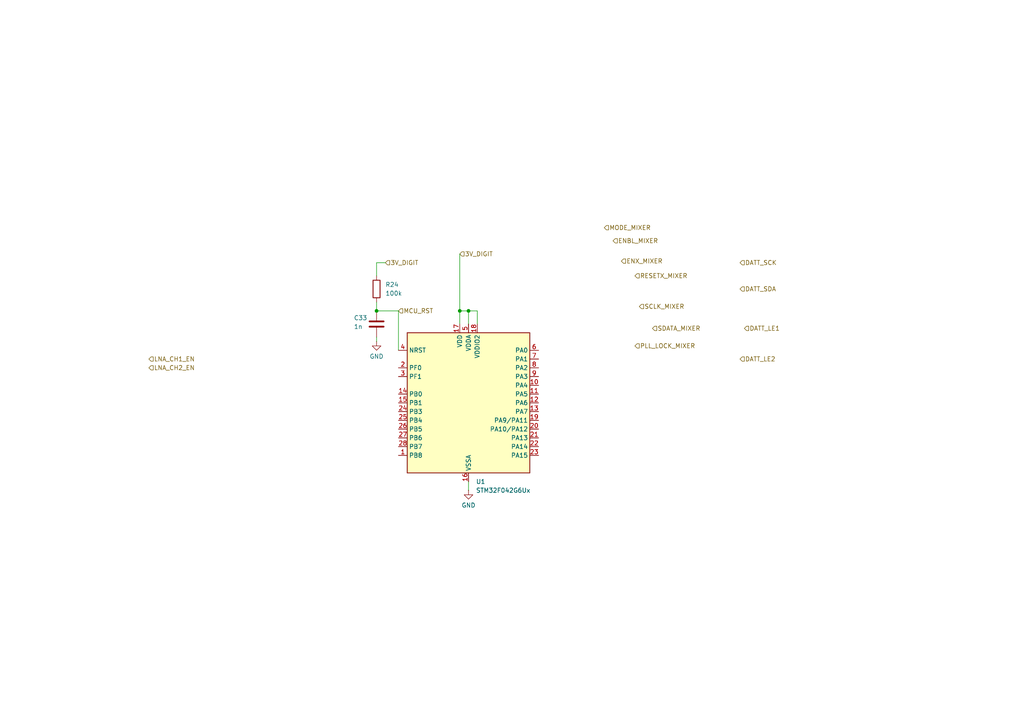
<source format=kicad_sch>
(kicad_sch (version 20250114) (generator "eeschema") (generator_version "9.0")
  (paper "A4")
  (lib_symbols
    (symbol "Device:C" (pin_numbers (hide yes)) (pin_names (offset 0.254))
      (property "Reference" "C" (at 0.635 2.54 0))
      (property "Value" "C" (at 0.635 -2.54 0))
      (symbol "C_0_1"
        (polyline (pts (xy -2.032 0.762) (xy 2.032 0.762)) (stroke (width 0.508)))
        (polyline (pts (xy -2.032 -0.762) (xy 2.032 -0.762)) (stroke (width 0.508)))
      )
      (symbol "C_1_1"
        (pin passive line (at 0 3.81 270) (length 2.794) (name "~") (number "1"))
        (pin passive line (at 0 -3.81 90) (length 2.794) (name "~") (number "2"))
      )
    )
    (symbol "Device:R" (pin_numbers (hide yes)) (pin_names (offset 0))
      (property "Reference" "R" (at 2.032 0 90))
      (property "Value" "R" (at 0 0 90))
      (symbol "R_0_1"
        (rectangle (start -1.016 -2.54) (end 1.016 2.54) (stroke (width 0.254)))
      )
      (symbol "R_1_1"
        (pin passive line (at 0 3.81 270) (length 1.27) (name "~") (number "1"))
        (pin passive line (at 0 -3.81 90) (length 1.27) (name "~") (number "2"))
      )
    )
    (symbol "MCU_ST_STM32F0:STM32F042G6Ux"
      (property "Reference" "U" (at -17.78 21.59 0))
      (property "Value" "STM32F042G6Ux" (at 5.08 21.59 0))
      (symbol "STM32F042G6Ux_0_1"
        (rectangle (start -17.78 -20.32) (end 17.78 20.32) (stroke (width 0.254)) (fill (type background)))
      )
      (symbol "STM32F042G6Ux_1_1"
        (pin input line (at -20.32 15.24 0) (length 2.54) (name "NRST") (number "4"))
        (pin bidirectional line (at -20.32 10.16 0) (length 2.54) (name "PF0") (number "2"))
        (pin bidirectional line (at -20.32 7.62 0) (length 2.54) (name "PF1") (number "3"))
        (pin bidirectional line (at -20.32 2.54 0) (length 2.54) (name "PB0") (number "14"))
        (pin bidirectional line (at -20.32 0 0) (length 2.54) (name "PB1") (number "15"))
        (pin bidirectional line (at -20.32 -2.54 0) (length 2.54) (name "PB3") (number "24"))
        (pin bidirectional line (at -20.32 -5.08 0) (length 2.54) (name "PB4") (number "25"))
        (pin bidirectional line (at -20.32 -7.62 0) (length 2.54) (name "PB5") (number "26"))
        (pin bidirectional line (at -20.32 -10.16 0) (length 2.54) (name "PB6") (number "27"))
        (pin bidirectional line (at -20.32 -12.7 0) (length 2.54) (name "PB7") (number "28"))
        (pin bidirectional line (at -20.32 -15.24 0) (length 2.54) (name "PB8") (number "1"))
        (pin power_in line (at -2.54 22.86 270) (length 2.54) (name "VDD") (number "17"))
        (pin power_in line (at 0 22.86 270) (length 2.54) (name "VDDA") (number "5"))
        (pin power_in line (at 0 -22.86 90) (length 2.54) (name "VSSA") (number "16"))
        (pin power_in line (at 2.54 22.86 270) (length 2.54) (name "VDDIO2") (number "18"))
        (pin bidirectional line (at 20.32 15.24 180) (length 2.54) (name "PA0") (number "6"))
        (pin bidirectional line (at 20.32 12.7 180) (length 2.54) (name "PA1") (number "7"))
        (pin bidirectional line (at 20.32 10.16 180) (length 2.54) (name "PA2") (number "8"))
        (pin bidirectional line (at 20.32 7.62 180) (length 2.54) (name "PA3") (number "9"))
        (pin bidirectional line (at 20.32 5.08 180) (length 2.54) (name "PA4") (number "10"))
        (pin bidirectional line (at 20.32 2.54 180) (length 2.54) (name "PA5") (number "11"))
        (pin bidirectional line (at 20.32 0 180) (length 2.54) (name "PA6") (number "12"))
        (pin bidirectional line (at 20.32 -2.54 180) (length 2.54) (name "PA7") (number "13"))
        (pin bidirectional line (at 20.32 -5.08 180) (length 2.54) (name "PA9/PA11") (number "19"))
        (pin bidirectional line (at 20.32 -7.62 180) (length 2.54) (name "PA10/PA12") (number "20"))
        (pin bidirectional line (at 20.32 -10.16 180) (length 2.54) (name "PA13") (number "21"))
        (pin bidirectional line (at 20.32 -12.7 180) (length 2.54) (name "PA14") (number "22"))
        (pin bidirectional line (at 20.32 -15.24 180) (length 2.54) (name "PA15") (number "23"))
      )
    )
    (symbol "power:GND" (power) (pin_numbers (hide yes)) (pin_names (offset 0) (hide yes))
      (property "Value" "GND" (at 0 -3.81 0))
      (symbol "GND_0_1"
        (polyline (pts (xy 0 0) (xy 0 -1.27) (xy 1.27 -1.27) (xy 0 -2.54) (xy -1.27 -1.27) (xy 0 -1.27)))
      )
      (symbol "GND_1_1"
        (pin power_in line (at 0 0 270) (length 0) (name "~") (number "1"))
      )
    )
  )
  (junction (at 135.89 90.17))
  (junction (at 133.35 90.17))
  (junction (at 109.22 90.17))
  (wire (pts (xy 138.43 90.17) (xy 135.89 90.17)))
  (wire (pts (xy 135.89 93.98) (xy 135.89 90.17)))
  (wire (pts (xy 138.43 93.98) (xy 138.43 90.17)))
  (wire (pts (xy 133.35 90.17) (xy 133.35 93.98)))
  (wire (pts (xy 111.76 76.2) (xy 109.22 76.2)))
  (wire (pts (xy 133.35 73.66) (xy 133.35 90.17)))
  (wire (pts (xy 109.22 87.63) (xy 109.22 90.17)))
  (wire (pts (xy 135.89 90.17) (xy 133.35 90.17)))
  (wire (pts (xy 109.22 90.17) (xy 115.57 90.17)))
  (wire (pts (xy 135.89 139.7) (xy 135.89 142.24)))
  (wire (pts (xy 115.57 90.17) (xy 115.57 101.6)))
  (wire (pts (xy 109.22 76.2) (xy 109.22 80.01)))
  (wire (pts (xy 109.22 97.79) (xy 109.22 99.06)))
  (hierarchical_label "DATT_LE2" (shape input) (at 214.63 104.14 0))
  (hierarchical_label "RESETX_MIXER" (shape input) (at 184.15 80.01 0))
  (hierarchical_label "ENX_MIXER" (shape input) (at 180.2013 75.7342 0))
  (hierarchical_label "PLL_LOCK_MIXER" (shape input) (at 184.15 100.33 0))
  (hierarchical_label "SDATA_MIXER" (shape input) (at 189.23 95.25 0))
  (hierarchical_label "SCLK_MIXER" (shape input) (at 185.42 88.9 0))
  (hierarchical_label "MODE_MIXER" (shape input) (at 175.26 66.04 0))
  (hierarchical_label "ENBL_MIXER" (shape input) (at 177.8 69.85 0))
  (hierarchical_label "DATT_SCK" (shape input) (at 214.63 76.2 0))
  (hierarchical_label "LNA_CH1_EN" (shape input) (at 43.18 104.14 0))
  (hierarchical_label "3V_DIGIT" (shape input) (at 133.35 73.66 0))
  (hierarchical_label "DATT_LE1" (shape input) (at 215.9 95.25 0))
  (hierarchical_label "MCU_RST" (shape input) (at 115.57 90.17 0))
  (hierarchical_label "DATT_SDA" (shape input) (at 214.63 83.82 0))
  (hierarchical_label "LNA_CH2_EN" (shape input) (at 43.18 106.68 0))
  (hierarchical_label "3V_DIGIT" (shape input) (at 111.76 76.2 0))
  (symbol (lib_id "Device:R") (at 109.22 83.82 0) (unit 1)
    (property "Reference" "R24" (at 111.76 82.5499 0) (effects (justify left)))
    (property "Value" "100k" (at 111.76 85.0899 0) (effects (justify left)))
    (property "Footprint" "Resistor_SMD:R_0603_1608Metric_Pad0.98x0.95mm_HandSolder" (effects (hide yes)))
    (property "Description" "Resistor" (effects (hide yes)))
  )
  (symbol (lib_id "MCU_ST_STM32F0:STM32F042G6Ux") (at 135.89 116.84 0) (unit 1)
    (property "Reference" "U1" (at 138.0333 139.7 0) (effects (justify left)))
    (property "Value" "STM32F042G6Ux" (at 138.0333 142.24 0) (effects (justify left)))
    (property "Footprint" "Package_DFN_QFN:QFN-28_4x4mm_P0.5mm" (effects (hide yes)))
    (property "Datasheet" "https://www.st.com/resource/en/datasheet/stm32f042g6.pdf" (effects (hide yes)))
    (property "Description" "STMicroelectronics Arm Cortex-M0 MCU, 32KB flash, 6KB RAM, 48 MHz, 2.0-3.6V, 23 GPIO, UFQFPN28" (effects (hide yes)))
  )
  (symbol (lib_id "Device:C") (at 109.22 93.98 0) (unit 1)
    (property "Reference" "C33" (at 102.616 92.202 0) (effects (justify left)))
    (property "Value" "1n" (at 102.616 94.742 0) (effects (justify left)))
    (property "Footprint" "Capacitor_SMD:C_0603_1608Metric_Pad1.08x0.95mm_HandSolder" (effects (hide yes)))
    (property "Description" "Unpolarized capacitor" (effects (hide yes)))
  )
  (symbol (lib_id "power:GND") (at 109.22 99.06 0) (unit 1)
    (property "Reference" "#PWR041" (effects (hide yes)))
    (property "Value" "GND" (at 109.22 103.378 0))
    (property "Description" "Power symbol creates a global label with name \"GND\" , ground" (effects (hide yes)))
  )
  (symbol (lib_id "power:GND") (at 135.89 142.24 0) (unit 1)
    (property "Reference" "#PWR042" (effects (hide yes)))
    (property "Value" "GND" (at 135.89 146.558 0))
    (property "Description" "Power symbol creates a global label with name \"GND\" , ground" (effects (hide yes)))
  )
)
</source>
